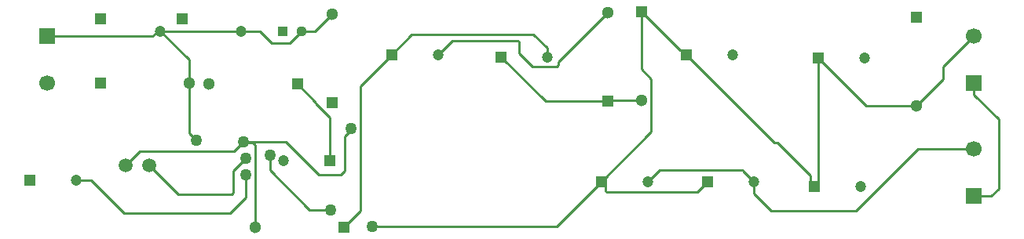
<source format=gbl>
G04*
G04 #@! TF.GenerationSoftware,Altium Limited,Altium Designer,24.2.2 (26)*
G04*
G04 Layer_Physical_Order=2*
G04 Layer_Color=16711680*
%FSLAX44Y44*%
%MOMM*%
G71*
G04*
G04 #@! TF.SameCoordinates,EC8B54CE-386E-4826-8866-03C4CD91BE24*
G04*
G04*
G04 #@! TF.FilePolarity,Positive*
G04*
G01*
G75*
%ADD10C,0.2540*%
%ADD23R,1.7000X1.7000*%
%ADD24C,1.7000*%
%ADD25R,1.3000X1.3000*%
%ADD26C,1.3000*%
%ADD29R,1.3000X1.3000*%
%ADD30C,1.2000*%
%ADD31R,1.2000X1.2000*%
%ADD36C,1.5000*%
%ADD37R,1.1200X1.1200*%
%ADD38C,1.1200*%
%ADD39C,1.2700*%
D10*
X344640Y1079500D02*
X380200Y1043940D01*
X328930Y1079500D02*
X344640D01*
X647700Y1029970D02*
X846620D01*
X894880Y1078230D01*
X948840Y1132190D02*
Y1189055D01*
X894880Y1078230D02*
X948840Y1132190D01*
X938530Y1199365D02*
X948840Y1189055D01*
X938530Y1199365D02*
Y1261460D01*
X894880Y1078230D02*
X899160Y1073950D01*
X900648Y1066800D02*
X998220D01*
X899160Y1068288D02*
Y1073950D01*
Y1068288D02*
X900648Y1066800D01*
X998220D02*
X1009650Y1078230D01*
X944880D02*
X957580Y1090930D01*
X1047750D01*
Y1090130D02*
Y1090930D01*
Y1090130D02*
X1059650Y1078230D01*
Y1065060D02*
Y1078230D01*
Y1065060D02*
X1078230Y1046480D01*
X1169670D01*
X1236420Y1113230D01*
X1296670D01*
X1120020Y1077880D02*
Y1084700D01*
X1084580Y1120140D02*
X1120020Y1084700D01*
Y1077880D02*
X1124750Y1073150D01*
X1081570Y1120140D02*
X1084580D01*
X986320Y1215390D02*
X1081570Y1120140D01*
X1128560Y1076960D02*
Y1211580D01*
X1124750Y1073150D02*
X1128560Y1076960D01*
Y1211580D02*
X1180170Y1159970D01*
X1234440D01*
X1263650Y1189180D01*
Y1202130D01*
X1296670Y1235150D01*
Y1062430D02*
X1315160D01*
X1323340Y1070610D02*
Y1145540D01*
X1315160Y1062430D02*
X1323340Y1070610D01*
X1296670Y1172210D02*
X1323340Y1145540D01*
X1296670Y1172210D02*
Y1184350D01*
X734060Y1230630D02*
X804962D01*
X806450Y1229142D01*
Y1216660D02*
X820420Y1202690D01*
X806450Y1216660D02*
Y1229142D01*
X718820Y1215390D02*
X734060Y1230630D01*
X820420Y1202690D02*
X846872D01*
X848360Y1204178D02*
Y1207310D01*
X846872Y1202690D02*
X848360Y1204178D01*
Y1207310D02*
X901700Y1260650D01*
X981590Y1220120D02*
X986320Y1215390D01*
X938530Y1261460D02*
X979870Y1220120D01*
X981590D01*
X786930Y1212850D02*
X834730Y1165050D01*
X901700D01*
X902510Y1165860D02*
X938530D01*
X901700Y1165050D02*
X902510Y1165860D01*
X537859Y1090281D02*
X580390Y1047750D01*
X603250D01*
X537859Y1090281D02*
Y1106730D01*
X624840Y1133334D02*
Y1135380D01*
X618679Y1127173D02*
X624840Y1133334D01*
X614462Y1085850D02*
X618679Y1090067D01*
X590550Y1085850D02*
X614462D01*
X618679Y1090067D02*
Y1127173D01*
X555030Y1121370D02*
X590550Y1085850D01*
X509310Y1121370D02*
X555030D01*
X497840Y1065748D02*
Y1089580D01*
X511810Y1103550D01*
X496352Y1064260D02*
X497840Y1065748D01*
X821690Y1236980D02*
X821908Y1237198D01*
X836446Y1213334D02*
X836930Y1212850D01*
X836446Y1213334D02*
Y1222660D01*
X821908Y1237198D02*
X836446Y1222660D01*
X690410Y1236980D02*
X821690D01*
X668820Y1215390D02*
X690410Y1236980D01*
X635000Y1181570D02*
X668820Y1215390D01*
X617570Y1028700D02*
X635000Y1046130D01*
Y1181570D01*
X521970Y1028700D02*
X523240Y1027430D01*
X521970Y1028700D02*
Y1117600D01*
X511810Y1103550D02*
Y1103590D01*
X510580Y1120100D02*
X519470D01*
X509310Y1121370D02*
X510580Y1120100D01*
X519470D02*
X521970Y1117600D01*
X499190Y1111250D02*
X509310Y1121370D01*
X397710Y1111250D02*
X499190D01*
X382470Y1096010D02*
X397710Y1111250D01*
X439220Y1064260D02*
X496352D01*
X407470Y1096010D02*
X439220Y1064260D01*
X495082Y1043940D02*
X511810Y1060668D01*
Y1085850D01*
X380200Y1043940D02*
X495082D01*
X587220Y1162232D02*
X601980Y1147472D01*
Y1101090D02*
Y1147472D01*
X587220Y1162232D02*
Y1163650D01*
X567230Y1183640D02*
X587220Y1163650D01*
X450390Y1130760D02*
Y1184910D01*
Y1130760D02*
X458470Y1122680D01*
X419350Y1240640D02*
X450390Y1209600D01*
Y1184910D02*
Y1209600D01*
X571500Y1240790D02*
X586390D01*
X604520Y1258920D01*
X558800Y1228090D02*
X571500Y1240790D01*
X539750Y1228090D02*
X558800D01*
X506980Y1240640D02*
X527200D01*
X539750Y1228090D01*
X419350Y1240640D02*
X506980D01*
X411150Y1235000D02*
X416790Y1240640D01*
X297180Y1235000D02*
X411150D01*
X416790Y1240640D02*
X419350D01*
D23*
X1296670Y1184350D02*
D03*
Y1062430D02*
D03*
X297180Y1235000D02*
D03*
D24*
X1296670Y1235150D02*
D03*
Y1113230D02*
D03*
X297180Y1184200D02*
D03*
D25*
X1234440Y1255570D02*
D03*
X938530Y1261460D02*
D03*
X901700Y1165050D02*
D03*
X604520Y1163320D02*
D03*
D26*
X1234440Y1159970D02*
D03*
X938530Y1165860D02*
D03*
X901700Y1260650D02*
D03*
X604520Y1258920D02*
D03*
X471630Y1183640D02*
D03*
X450390Y1184910D02*
D03*
X521970Y1028700D02*
D03*
D29*
X567230Y1183640D02*
D03*
X354790Y1184910D02*
D03*
X617570Y1028700D02*
D03*
D30*
X1178560Y1211580D02*
D03*
X1174750Y1073150D02*
D03*
X1036320Y1215390D02*
D03*
X1059650Y1078230D02*
D03*
X944880D02*
D03*
X506980Y1240640D02*
D03*
X419350D02*
D03*
X836930Y1212850D02*
D03*
X718820Y1215390D02*
D03*
X551980Y1101090D02*
D03*
X328930Y1079500D02*
D03*
D31*
X1128560Y1211580D02*
D03*
X1124750Y1073150D02*
D03*
X986320Y1215390D02*
D03*
X1009650Y1078230D02*
D03*
X894880D02*
D03*
X442980Y1253640D02*
D03*
X355350D02*
D03*
X786930Y1212850D02*
D03*
X668820Y1215390D02*
D03*
X601980Y1101090D02*
D03*
X278930Y1079500D02*
D03*
D36*
X407470Y1096010D02*
D03*
X382470D02*
D03*
D37*
X551500Y1240790D02*
D03*
D38*
X571500D02*
D03*
D39*
X647700Y1029970D02*
D03*
X537859Y1106730D02*
D03*
X603250Y1047750D02*
D03*
X624840Y1135380D02*
D03*
X511810Y1085850D02*
D03*
Y1103590D02*
D03*
X509310Y1121370D02*
D03*
X458470Y1122680D02*
D03*
M02*

</source>
